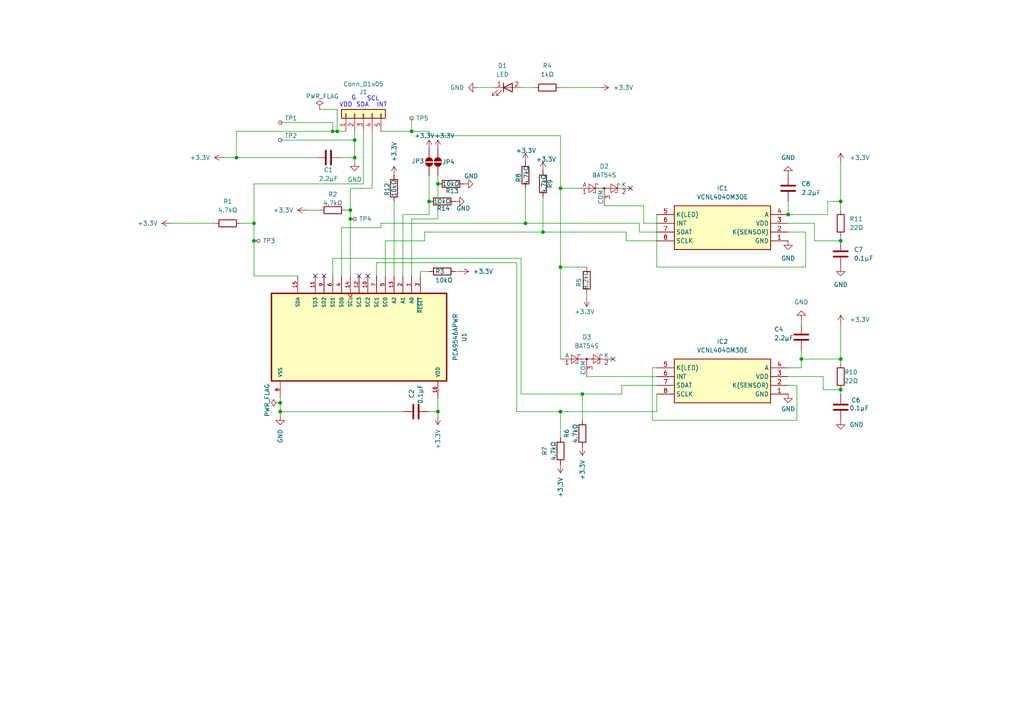
<source format=kicad_sch>
(kicad_sch (version 20250114) (generator "eeschema") (generator_version "9.0")
  (paper "A4")
  (title_block (title "Motion Play Sensor PCB") (date "2025-09-09") (rev "4.0"))
  (lib_symbols
    (symbol "Connector:TestPoint_Small" (pin_numbers (hide yes)) (pin_names (offset 0.762) (hide yes))
      (property "Reference" "TP" (at 0 3.81 0))
      (property "Value" "TestPoint_Small" (at 0 2.032 0))
      (symbol "TestPoint_Small_0_1"
        (circle (center 0 0) (radius 0.508))
      )
      (symbol "TestPoint_Small_1_1"
        (pin passive line (at 0 0 90) (length 0) (name "1") (number "1"))
      )
    )
    (symbol "Connector_Generic:Conn_01x05" (pin_names (offset 1.016) (hide yes))
      (property "Reference" "J" (at 0 7.62 0))
      (property "Value" "Conn_01x05" (at 0 -7.62 0))
      (symbol "Conn_01x05_1_1"
        (rectangle (start -1.27 6.35) (end 1.27 -6.35) (stroke (width 0.254)) (fill (type background)))
        (rectangle (start -1.27 5.207) (end 0 4.953) (stroke (width 0.1524)))
        (rectangle (start -1.27 2.667) (end 0 2.413) (stroke (width 0.1524)))
        (rectangle (start -1.27 0.127) (end 0 -0.127) (stroke (width 0.1524)))
        (rectangle (start -1.27 -2.413) (end 0 -2.667) (stroke (width 0.1524)))
        (rectangle (start -1.27 -4.953) (end 0 -5.207) (stroke (width 0.1524)))
        (pin passive line (at -5.08 5.08 0) (length 3.81) (name "Pin_1") (number "1"))
        (pin passive line (at -5.08 2.54 0) (length 3.81) (name "Pin_2") (number "2"))
        (pin passive line (at -5.08 0 0) (length 3.81) (name "Pin_3") (number "3"))
        (pin passive line (at -5.08 -2.54 0) (length 3.81) (name "Pin_4") (number "4"))
        (pin passive line (at -5.08 -5.08 0) (length 3.81) (name "Pin_5") (number "5"))
      )
    )
    (symbol "Device:C" (pin_numbers (hide yes)) (pin_names (offset 0.254))
      (property "Reference" "C" (at 0.635 2.54 0))
      (property "Value" "C" (at 0.635 -2.54 0))
      (symbol "C_0_1"
        (polyline (pts (xy -2.032 0.762) (xy 2.032 0.762)) (stroke (width 0.508)))
        (polyline (pts (xy -2.032 -0.762) (xy 2.032 -0.762)) (stroke (width 0.508)))
      )
      (symbol "C_1_1"
        (pin passive line (at 0 3.81 270) (length 2.794) (name "~") (number "1"))
        (pin passive line (at 0 -3.81 90) (length 2.794) (name "~") (number "2"))
      )
    )
    (symbol "Device:LED" (pin_names (offset 1.016) (hide yes))
      (property "Reference" "D" (at 0 2.54 0))
      (property "Value" "LED" (at 0 -2.54 0))
      (symbol "LED_0_1"
        (polyline (pts (xy -3.048 -0.762) (xy -4.572 -2.286) (xy -3.81 -2.286) (xy -4.572 -2.286) (xy -4.572 -1.524)))
        (polyline (pts (xy -1.778 -0.762) (xy -3.302 -2.286) (xy -2.54 -2.286) (xy -3.302 -2.286) (xy -3.302 -1.524)))
        (polyline (pts (xy -1.27 0) (xy 1.27 0)))
        (polyline (pts (xy -1.27 -1.27) (xy -1.27 1.27)) (stroke (width 0.254)))
        (polyline (pts (xy 1.27 -1.27) (xy 1.27 1.27) (xy -1.27 0) (xy 1.27 -1.27)) (stroke (width 0.254)))
      )
      (symbol "LED_1_1"
        (pin passive line (at -3.81 0 0) (length 2.54) (name "K") (number "1"))
        (pin passive line (at 3.81 0 180) (length 2.54) (name "A") (number "2"))
      )
    )
    (symbol "Device:R" (pin_numbers (hide yes)) (pin_names (offset 0))
      (property "Reference" "R" (at 2.032 0 90))
      (property "Value" "R" (at 0 0 90))
      (symbol "R_0_1"
        (rectangle (start -1.016 -2.54) (end 1.016 2.54) (stroke (width 0.254)))
      )
      (symbol "R_1_1"
        (pin passive line (at 0 3.81 270) (length 1.27) (name "~") (number "1"))
        (pin passive line (at 0 -3.81 90) (length 1.27) (name "~") (number "2"))
      )
    )
    (symbol "Diode:BAT54S" (pin_names (offset 0))
      (property "Reference" "D" (at 2.54 -5.08 0))
      (property "Value" "BAT54S" (at -6.35 3.175 0))
      (symbol "BAT54S_0_1"
        (polyline (pts (xy -4.445 1.27) (xy -4.445 -1.27) (xy -2.54 0) (xy -4.445 1.27)))
        (polyline (pts (xy -3.81 0) (xy -1.27 0)))
        (polyline (pts (xy -3.175 -1.27) (xy -3.175 -1.016)))
        (polyline (pts (xy -2.54 1.27) (xy -1.905 1.27)))
        (polyline (pts (xy -2.54 -1.27) (xy -3.175 -1.27)))
        (polyline (pts (xy -2.54 -1.27) (xy -2.54 1.27)))
        (polyline (pts (xy -1.905 1.27) (xy -1.905 1.016)))
        (polyline (pts (xy -1.905 0) (xy 1.905 0)))
        (circle (center 0 0) (radius 0.254) (fill (type outline)))
        (polyline (pts (xy 1.27 0) (xy 3.81 0)))
        (polyline (pts (xy 1.905 1.27) (xy 1.905 -1.27) (xy 3.81 0) (xy 1.905 1.27)))
        (polyline (pts (xy 3.175 -1.27) (xy 3.175 -1.016)))
        (polyline (pts (xy 3.81 1.27) (xy 4.445 1.27)))
        (polyline (pts (xy 3.81 -1.27) (xy 3.175 -1.27)))
        (polyline (pts (xy 3.81 -1.27) (xy 3.81 1.27)))
        (polyline (pts (xy 4.445 1.27) (xy 4.445 1.016)))
      )
      (symbol "BAT54S_1_1"
        (pin passive line (at -7.62 0 0) (length 3.81) (name "A") (number "1"))
        (pin passive line (at 0 -5.08 90) (length 5.08) (name "COM") (number "3"))
        (pin passive line (at 7.62 0 180) (length 3.81) (name "K") (number "2"))
      )
    )
    (symbol "Jumper:SolderJumper_2_Open" (pin_numbers (hide yes)) (pin_names (offset 0) (hide yes)) (in_bom no)
      (property "Reference" "JP" (at 0 2.032 0))
      (property "Value" "SolderJumper_2_Open" (at 0 -2.54 0))
      (symbol "SolderJumper_2_Open_0_1"
        (polyline (pts (xy -0.254 1.016) (xy -0.254 -1.016)))
        (arc (start -0.254 -1.016) (mid -1.2656 0) (end -0.254 1.016))
        (arc (start -0.254 -1.016) (mid -1.2656 0) (end -0.254 1.016) (fill (type outline)))
        (arc (start 0.254 1.016) (mid 1.2656 0) (end 0.254 -1.016))
        (arc (start 0.254 1.016) (mid 1.2656 0) (end 0.254 -1.016) (fill (type outline)))
        (polyline (pts (xy 0.254 1.016) (xy 0.254 -1.016)))
      )
      (symbol "SolderJumper_2_Open_1_1"
        (pin passive line (at -3.81 0 0) (length 2.54) (name "A") (number "1"))
        (pin passive line (at 3.81 0 180) (length 2.54) (name "B") (number "2"))
      )
    )
    (symbol "motion-play-symbols:PCA9546APWR" (pin_names (offset 1.016))
      (property "Reference" "U1" (at 0 30.48 0))
      (property "Value" "PCA9546APWR" (at 0 27.94 0))
      (symbol "PCA9546APWR_0_0"
        (rectangle (start -12.7 -25.4) (end 12.7 25.4) (stroke (width 0.41)) (fill (type background)))
        (pin input line (at -17.78 17.78 0) (length 5.08) (name "~{RESET}") (number "3"))
        (pin input line (at -17.78 15.24 0) (length 5.08) (name "A0") (number "1"))
        (pin input line (at -17.78 12.7 0) (length 5.08) (name "A1") (number "2"))
        (pin input line (at -17.78 10.16 0) (length 5.08) (name "A2") (number "13"))
        (pin input clock (at -17.78 -2.54 0) (length 5.08) (name "SCL") (number "14"))
        (pin input line (at -17.78 -5.08 0) (length 5.08) (name "SD0") (number "4"))
        (pin input line (at -17.78 -7.62 0) (length 5.08) (name "SD1") (number "6"))
        (pin input line (at -17.78 -10.16 0) (length 5.08) (name "SD2") (number "9"))
        (pin input line (at -17.78 -12.7 0) (length 5.08) (name "SD3") (number "11"))
        (pin bidirectional line (at -17.78 -17.78 0) (length 5.08) (name "SDA") (number "15"))
        (pin power_in line (at 17.78 22.86 180) (length 5.08) (name "VDD") (number "16"))
        (pin power_in line (at 17.78 -22.86 180) (length 5.08) (name "VSS") (number "8"))
      )
      (symbol "PCA9546APWR_1_0"
        (pin bidirectional line (at -17.78 7.62 0) (length 5.08) (name "SC0") (number "5"))
        (pin bidirectional line (at -17.78 5.08 0) (length 5.08) (name "SC1") (number "7"))
        (pin bidirectional line (at -17.78 2.54 0) (length 5.08) (name "SC2") (number "10"))
        (pin bidirectional line (at -17.78 0 0) (length 5.08) (name "SC3") (number "12"))
      )
    )
    (symbol "motion-play-symbols:VCNL4040M3OE"
      (property "Reference" "IC" (at 34.29 7.62 0))
      (property "Value" "VCNL4040M3OE" (at 34.29 5.08 0))
      (symbol "VCNL4040M3OE_1_1"
        (rectangle (start 5.08 2.54) (end 33.02 -10.16) (stroke (width 0.254)) (fill (type background)))
        (pin passive line (at 0 0 0) (length 5.08) (name "K(LED)") (number "5"))
        (pin passive line (at 0 -2.54 0) (length 5.08) (name "INT") (number "6"))
        (pin passive line (at 0 -5.08 0) (length 5.08) (name "SDAT") (number "7"))
        (pin passive line (at 0 -7.62 0) (length 5.08) (name "SCLK") (number "8"))
        (pin passive line (at 38.1 0 180) (length 5.08) (name "A") (number "4"))
        (pin passive line (at 38.1 -2.54 180) (length 5.08) (name "VDD") (number "3"))
        (pin passive line (at 38.1 -5.08 180) (length 5.08) (name "K(SENSOR)") (number "2"))
        (pin passive line (at 38.1 -7.62 180) (length 5.08) (name "GND") (number "1"))
      )
    )
    (symbol "power:+3.3V" (power) (pin_numbers (hide yes)) (pin_names (offset 0) (hide yes))
      (property "Value" "+3.3V" (at 0 3.556 0))
      (symbol "+3.3V_0_1"
        (polyline (pts (xy -0.762 1.27) (xy 0 2.54)))
        (polyline (pts (xy 0 2.54) (xy 0.762 1.27)))
        (polyline (pts (xy 0 0) (xy 0 2.54)))
      )
      (symbol "+3.3V_1_1"
        (pin power_in line (at 0 0 90) (length 0) (name "~") (number "1"))
      )
    )
    (symbol "power:GND" (power) (pin_numbers (hide yes)) (pin_names (offset 0) (hide yes))
      (property "Value" "GND" (at 0 -3.81 0))
      (symbol "GND_0_1"
        (polyline (pts (xy 0 0) (xy 0 -1.27) (xy 1.27 -1.27) (xy 0 -2.54) (xy -1.27 -1.27) (xy 0 -1.27)))
      )
      (symbol "GND_1_1"
        (pin power_in line (at 0 0 270) (length 0) (name "~") (number "1"))
      )
    )
    (symbol "power:PWR_FLAG" (power) (pin_numbers (hide yes)) (pin_names (offset 0) (hide yes))
      (property "Value" "PWR_FLAG" (at 0 3.81 0))
      (symbol "PWR_FLAG_0_0"
        (pin power_out line (at 0 0 90) (length 0) (name "~") (number "1"))
      )
      (symbol "PWR_FLAG_0_1"
        (polyline (pts (xy 0 0) (xy 0 1.27) (xy -1.016 1.905) (xy 0 2.54) (xy 1.016 1.905) (xy 0 1.27)))
      )
    )
  )
  (text "SDA" (at 105.156 30.48 0) (effects (font (size 1.27 1.27))))
  (text "G" (at 102.616 28.448 0) (effects (font (size 1.27 1.27))))
  (text "SCL" (at 108.204 28.702 0) (effects (font (size 1.27 1.27))))
  (text "VDD" (at 100.33 30.48 0) (effects (font (size 1.27 1.27))))
  (text "INT" (at 110.744 30.48 0) (effects (font (size 1.27 1.27))))
  (junction (at 119.38 38.1))
  (junction (at 243.84 113.03))
  (junction (at 162.56 119.38))
  (junction (at 162.56 54.61))
  (junction (at 124.46 58.42))
  (junction (at 101.6 60.96))
  (junction (at 96.52 38.1))
  (junction (at 162.56 77.47))
  (junction (at 127 53.34))
  (junction (at 127 119.38))
  (junction (at 243.84 69.85))
  (junction (at 232.41 104.14))
  (junction (at 73.66 69.85))
  (junction (at 243.84 104.14))
  (junction (at 243.84 58.42))
  (junction (at 81.28 116.84))
  (junction (at 97.79 38.1))
  (junction (at 101.6 63.5))
  (junction (at 73.66 64.77))
  (junction (at 152.4 64.77))
  (junction (at 81.28 119.38))
  (junction (at 157.48 67.31))
  (junction (at 102.87 40.64))
  (junction (at 168.91 114.3))
  (junction (at 228.6 62.23))
  (junction (at 68.58 45.72))
  (junction (at 102.87 45.72))
  (no_connect (at 177.8 104.14))
  (no_connect (at 91.44 80.01))
  (no_connect (at 93.98 80.01))
  (no_connect (at 182.88 54.61))
  (no_connect (at 104.14 80.01))
  (no_connect (at 106.68 80.01))
  (wire (pts (xy 109.22 76.2) (xy 149.86 76.2)))
  (wire (pts (xy 100.33 60.96) (xy 101.6 60.96)))
  (wire (pts (xy 243.84 58.42) (xy 243.84 60.96)))
  (wire (pts (xy 124.46 39.37) (xy 124.46 38.1)))
  (wire (pts (xy 243.84 113.03) (xy 243.84 114.3)))
  (wire (pts (xy 190.5 111.76) (xy 180.34 111.76)))
  (wire (pts (xy 236.22 64.77) (xy 228.6 64.77)))
  (wire (pts (xy 152.4 54.61) (xy 152.4 64.77)))
  (wire (pts (xy 152.4 64.77) (xy 185.42 64.77)))
  (wire (pts (xy 110.49 64.77) (xy 152.4 64.77)))
  (wire (pts (xy 162.56 25.4) (xy 173.99 25.4)))
  (wire (pts (xy 149.86 76.2) (xy 149.86 119.38)))
  (wire (pts (xy 124.46 58.42) (xy 124.46 62.23)))
  (wire (pts (xy 81.28 119.38) (xy 81.28 116.84)))
  (wire (pts (xy 231.14 111.76) (xy 231.14 121.92)))
  (wire (pts (xy 151.13 114.3) (xy 168.91 114.3)))
  (wire (pts (xy 124.46 38.1) (xy 119.38 38.1)))
  (wire (pts (xy 73.66 53.34) (xy 73.66 64.77)))
  (wire (pts (xy 110.49 66.04) (xy 99.06 66.04)))
  (wire (pts (xy 151.13 74.93) (xy 151.13 114.3)))
  (wire (pts (xy 162.56 54.61) (xy 167.64 54.61)))
  (wire (pts (xy 228.6 58.42) (xy 228.6 62.23)))
  (wire (pts (xy 69.85 64.77) (xy 73.66 64.77)))
  (wire (pts (xy 190.5 64.77) (xy 186.69 64.77)))
  (wire (pts (xy 92.71 31.75) (xy 97.79 31.75)))
  (wire (pts (xy 180.34 114.3) (xy 168.91 114.3)))
  (wire (pts (xy 73.66 64.77) (xy 73.66 69.85)))
  (wire (pts (xy 101.6 60.96) (xy 101.6 63.5)))
  (wire (pts (xy 228.6 111.76) (xy 231.14 111.76)))
  (wire (pts (xy 116.84 62.23) (xy 116.84 80.01)))
  (wire (pts (xy 81.28 119.38) (xy 116.84 119.38)))
  (wire (pts (xy 101.6 63.5) (xy 102.87 63.5)))
  (wire (pts (xy 101.6 54.61) (xy 101.6 60.96)))
  (wire (pts (xy 170.18 109.22) (xy 190.5 109.22)))
  (wire (pts (xy 102.87 45.72) (xy 102.87 46.99)))
  (wire (pts (xy 162.56 119.38) (xy 190.5 119.38)))
  (wire (pts (xy 99.06 66.04) (xy 99.06 80.01)))
  (wire (pts (xy 240.03 62.23) (xy 240.03 58.42)))
  (wire (pts (xy 232.41 101.6) (xy 232.41 104.14)))
  (wire (pts (xy 149.86 119.38) (xy 162.56 119.38)))
  (wire (pts (xy 121.92 78.74) (xy 124.46 78.74)))
  (wire (pts (xy 96.52 74.93) (xy 151.13 74.93)))
  (wire (pts (xy 127 63.5) (xy 119.38 63.5)))
  (wire (pts (xy 240.03 58.42) (xy 243.84 58.42)))
  (wire (pts (xy 105.41 53.34) (xy 73.66 53.34)))
  (wire (pts (xy 73.66 69.85) (xy 74.93 69.85)))
  (wire (pts (xy 111.76 69.85) (xy 111.76 80.01)))
  (wire (pts (xy 123.19 67.31) (xy 157.48 67.31)))
  (wire (pts (xy 123.19 69.85) (xy 123.19 67.31)))
  (wire (pts (xy 97.79 38.1) (xy 100.33 38.1)))
  (wire (pts (xy 101.6 63.5) (xy 101.6 80.01)))
  (wire (pts (xy 232.41 92.71) (xy 232.41 93.98)))
  (wire (pts (xy 181.61 67.31) (xy 181.61 69.85)))
  (wire (pts (xy 190.5 62.23) (xy 190.5 77.47)))
  (wire (pts (xy 68.58 38.1) (xy 68.58 45.72)))
  (wire (pts (xy 88.9 60.96) (xy 92.71 60.96)))
  (wire (pts (xy 181.61 69.85) (xy 190.5 69.85)))
  (wire (pts (xy 162.56 127) (xy 162.56 119.38)))
  (wire (pts (xy 186.69 64.77) (xy 186.69 59.69)))
  (wire (pts (xy 243.84 104.14) (xy 243.84 105.41)))
  (wire (pts (xy 243.84 93.98) (xy 243.84 104.14)))
  (wire (pts (xy 233.68 67.31) (xy 233.68 77.47)))
  (wire (pts (xy 175.26 59.69) (xy 186.69 59.69)))
  (wire (pts (xy 127 119.38) (xy 127 115.57)))
  (wire (pts (xy 105.41 38.1) (xy 105.41 53.34)))
  (wire (pts (xy 185.42 64.77) (xy 185.42 67.31)))
  (wire (pts (xy 170.18 77.47) (xy 162.56 77.47)))
  (wire (pts (xy 68.58 38.1) (xy 96.52 38.1)))
  (wire (pts (xy 81.28 120.65) (xy 81.28 119.38)))
  (wire (pts (xy 190.5 114.3) (xy 190.5 119.38)))
  (wire (pts (xy 73.66 69.85) (xy 73.66 80.01)))
  (wire (pts (xy 81.28 35.56) (xy 96.52 35.56)))
  (wire (pts (xy 243.84 68.58) (xy 243.84 69.85)))
  (wire (pts (xy 96.52 38.1) (xy 97.79 38.1)))
  (wire (pts (xy 232.41 104.14) (xy 243.84 104.14)))
  (wire (pts (xy 243.84 46.99) (xy 243.84 58.42)))
  (wire (pts (xy 236.22 69.85) (xy 243.84 69.85)))
  (wire (pts (xy 96.52 80.01) (xy 96.52 74.93)))
  (wire (pts (xy 162.56 39.37) (xy 162.56 54.61)))
  (wire (pts (xy 110.49 38.1) (xy 119.38 38.1)))
  (wire (pts (xy 185.42 67.31) (xy 190.5 67.31)))
  (wire (pts (xy 228.6 62.23) (xy 240.03 62.23)))
  (wire (pts (xy 228.6 109.22) (xy 238.76 109.22)))
  (wire (pts (xy 49.53 64.77) (xy 62.23 64.77)))
  (wire (pts (xy 68.58 45.72) (xy 91.44 45.72)))
  (wire (pts (xy 151.13 25.4) (xy 154.94 25.4)))
  (wire (pts (xy 232.41 104.14) (xy 232.41 106.68)))
  (wire (pts (xy 228.6 67.31) (xy 233.68 67.31)))
  (wire (pts (xy 238.76 113.03) (xy 243.84 113.03)))
  (wire (pts (xy 236.22 69.85) (xy 236.22 64.77)))
  (wire (pts (xy 119.38 63.5) (xy 119.38 80.01)))
  (wire (pts (xy 109.22 80.01) (xy 109.22 76.2)))
  (wire (pts (xy 110.49 66.04) (xy 110.49 64.77)))
  (wire (pts (xy 81.28 40.64) (xy 102.87 40.64)))
  (wire (pts (xy 64.77 45.72) (xy 68.58 45.72)))
  (wire (pts (xy 238.76 109.22) (xy 238.76 113.03)))
  (wire (pts (xy 127 120.65) (xy 127 119.38)))
  (wire (pts (xy 232.41 106.68) (xy 228.6 106.68)))
  (wire (pts (xy 99.06 45.72) (xy 102.87 45.72)))
  (wire (pts (xy 162.56 77.47) (xy 162.56 104.14)))
  (wire (pts (xy 102.87 40.64) (xy 102.87 45.72)))
  (wire (pts (xy 114.3 58.42) (xy 114.3 80.01)))
  (wire (pts (xy 180.34 111.76) (xy 180.34 114.3)))
  (wire (pts (xy 162.56 54.61) (xy 162.56 77.47)))
  (wire (pts (xy 124.46 39.37) (xy 162.56 39.37)))
  (wire (pts (xy 107.95 38.1) (xy 107.95 54.61)))
  (wire (pts (xy 81.28 116.84) (xy 81.28 115.57)))
  (wire (pts (xy 189.23 121.92) (xy 189.23 106.68)))
  (wire (pts (xy 102.87 38.1) (xy 102.87 40.64)))
  (wire (pts (xy 124.46 119.38) (xy 127 119.38)))
  (wire (pts (xy 96.52 35.56) (xy 96.52 38.1)))
  (wire (pts (xy 231.14 121.92) (xy 189.23 121.92)))
  (wire (pts (xy 168.91 121.92) (xy 168.91 114.3)))
  (wire (pts (xy 73.66 80.01) (xy 86.36 80.01)))
  (wire (pts (xy 97.79 31.75) (xy 97.79 38.1)))
  (wire (pts (xy 107.95 54.61) (xy 101.6 54.61)))
  (wire (pts (xy 124.46 50.8) (xy 124.46 58.42)))
  (wire (pts (xy 127 53.34) (xy 127 63.5)))
  (wire (pts (xy 124.46 62.23) (xy 116.84 62.23)))
  (wire (pts (xy 157.48 67.31) (xy 181.61 67.31)))
  (wire (pts (xy 132.08 78.74) (xy 133.35 78.74)))
  (wire (pts (xy 121.92 80.01) (xy 121.92 78.74)))
  (wire (pts (xy 157.48 57.15) (xy 157.48 67.31)))
  (wire (pts (xy 138.43 25.4) (xy 143.51 25.4)))
  (wire (pts (xy 123.19 69.85) (xy 111.76 69.85)))
  (wire (pts (xy 119.38 34.29) (xy 119.38 38.1)))
  (wire (pts (xy 233.68 77.47) (xy 190.5 77.47)))
  (wire (pts (xy 189.23 106.68) (xy 190.5 106.68)))
  (wire (pts (xy 170.18 85.09) (xy 170.18 86.36)))
  (wire (pts (xy 127 50.8) (xy 127 53.34)))
  (symbol (lib_id "Device:R") (at 96.52 60.96 90) (unit 1)
    (property "Reference" "R2" (at 96.52 56.388 90))
    (property "Value" "4.7kΩ" (at 96.52 58.928 90))
    (property "Footprint" "Resistor_SMD:R_0603_1608Metric" (effects (hide yes)))
    (property "Description" "Resistor" (effects (hide yes)))
    (property "LCSC Part" "C99782" (effects (hide yes)))
  )
  (symbol (lib_id "Device:R") (at 152.4 50.8 180) (unit 1)
    (property "Reference" "R8" (at 150.368 51.562 90))
    (property "Value" "4.7kΩ" (at 152.654 50.8 90))
    (property "Footprint" "Resistor_SMD:R_0603_1608Metric" (effects (hide yes)))
    (property "Description" "Resistor" (effects (hide yes)))
    (property "LCSC Part" "C99782" (effects (hide yes)))
  )
  (symbol (lib_id "power:+3.3V") (at 127 120.65 180) (unit 1)
    (property "Reference" "#PWR08" (effects (hide yes)))
    (property "Value" "+3.3V" (at 127.0001 124.46 90) (effects (justify left)))
    (property "Description" "Power symbol creates a global label with name \"+3.3V\"" (effects (hide yes)))
  )
  (symbol (lib_id "power:+3.3V") (at 168.91 129.54 180) (unit 1)
    (property "Reference" "#PWR028" (effects (hide yes)))
    (property "Value" "+3.3V" (at 168.9099 133.35 90) (effects (justify left)))
    (property "Description" "Power symbol creates a global label with name \"+3.3V\"" (effects (hide yes)))
  )
  (symbol (lib_id "Connector:TestPoint_Small") (at 81.28 40.64 0) (unit 1)
    (property "Reference" "TP2" (at 82.55 39.37 0) (effects (justify left)))
    (property "Value" "TestPoint_Small" (effects (hide yes)))
    (property "Footprint" "TestPoint:TestPoint_Pad_D1.5mm" (effects (hide yes)))
    (property "Description" "test point" (effects (hide yes)))
  )
  (symbol (lib_id "power:+3.3V") (at 243.84 46.99 0) (unit 1)
    (property "Reference" "#PWR033" (effects (hide yes)))
    (property "Value" "+3.3V" (at 246.38 45.7199 0) (effects (justify left)))
    (property "Description" "Power symbol creates a global label with name \"+3.3V\"" (effects (hide yes)))
  )
  (symbol (lib_id "power:+3.3V") (at 173.99 25.4 270) (unit 1)
    (property "Reference" "#PWR011" (effects (hide yes)))
    (property "Value" "+3.3V" (at 177.8 25.4001 90) (effects (justify left)))
    (property "Description" "Power symbol creates a global label with name \"+3.3V\"" (effects (hide yes)))
  )
  (symbol (lib_id "Connector:TestPoint_Small") (at 102.87 63.5 0) (unit 1)
    (property "Reference" "TP4" (at 104.14 63.4999 0) (effects (justify left)))
    (property "Value" "TestPoint_Small" (effects (hide yes)))
    (property "Footprint" "TestPoint:TestPoint_Pad_D1.5mm" (effects (hide yes)))
    (property "Description" "test point" (effects (hide yes)))
  )
  (symbol (lib_id "power:GND") (at 102.87 46.99 0) (unit 1)
    (property "Reference" "#PWR05" (effects (hide yes)))
    (property "Value" "GND" (at 102.87 52.07 0))
    (property "Description" "Power symbol creates a global label with name \"GND\" , ground" (effects (hide yes)))
  )
  (symbol (lib_id "Device:R") (at 114.3 54.61 180) (unit 1)
    (property "Reference" "R12" (at 112.268 56.896 90) (effects (justify right)))
    (property "Value" "10kΩ" (at 114.3 57.15 90) (effects (justify right)))
    (property "Footprint" "Resistor_SMD:R_0603_1608Metric" (effects (hide yes)))
    (property "Description" "Resistor" (effects (hide yes)))
    (property "LCSC Part" "C25804" (effects (hide yes)))
  )
  (symbol (lib_id "Connector_Generic:Conn_01x05") (at 105.41 33.02 90) (unit 1)
    (property "Reference" "J1" (at 105.41 26.67 90))
    (property "Value" "Conn_01x05" (at 105.41 24.384 90))
    (property "Footprint" "Connector_JST:JST_SH_SM05B-SRSS-TB_1x05-1MP_P1.00mm_Horizontal" (effects (hide yes)))
    (property "Description" "JST-SH 1mm pitch 5 pin single row connector, right angle, surface mount" (effects (hide yes)))
    (property "LCSC Part" "C136657" (effects (hide yes)))
  )
  (symbol (lib_id "motion-play-symbols:PCA9546APWR") (at 104.14 97.79 270) (unit 1)
    (property "Reference" "U1" (at 134.62 97.79 0))
    (property "Value" "PCA9546APWR" (at 132.08 97.79 0))
    (property "Footprint" "motion-play-footprints:SOP65P640X120-16N" (effects (hide yes)))
    (property "LCSC Part" "C400705" (effects (hide yes)))
  )
  (symbol (lib_id "Device:LED") (at 147.32 25.4 0) (unit 1)
    (property "Reference" "D1" (at 145.7325 19.05 0))
    (property "Value" "LED" (at 145.7325 21.59 0))
    (property "Footprint" "LED_SMD:LED_0603_1608Metric" (effects (hide yes)))
    (property "Description" "Light emitting diode" (effects (hide yes)))
    (property "Sim.Pins" "1=K 2=A" (effects (hide yes)))
    (property "LCSC Part" "C19171301" (effects (hide yes)))
  )
  (symbol (lib_id "Device:C") (at 243.84 118.11 0) (unit 1)
    (property "Reference" "C6" (at 246.888 116.078 0) (effects (justify left)))
    (property "Value" "0.1µF" (at 246.38 118.364 0) (effects (justify left)))
    (property "Footprint" "Capacitor_SMD:C_0603_1608Metric" (effects (hide yes)))
    (property "Description" "Unpolarized capacitor" (effects (hide yes)))
    (property "LCSC Part" "C14663" (effects (hide yes)))
  )
  (symbol (lib_id "power:+3.3V") (at 152.4 46.99 0) (unit 1)
    (property "Reference" "#PWR026" (effects (hide yes)))
    (property "Value" "+3.3V" (at 149.606 43.688 0) (effects (justify left)))
    (property "Description" "Power symbol creates a global label with name \"+3.3V\"" (effects (hide yes)))
  )
  (symbol (lib_id "power:+3.3V") (at 170.18 86.36 180) (unit 1)
    (property "Reference" "#PWR013" (effects (hide yes)))
    (property "Value" "+3.3V" (at 172.466 90.424 0) (effects (justify left)))
    (property "Description" "Power symbol creates a global label with name \"+3.3V\"" (effects (hide yes)))
  )
  (symbol (lib_id "Device:R") (at 168.91 125.73 180) (unit 1)
    (property "Reference" "R6" (at 164.338 125.73 90))
    (property "Value" "4.7kΩ" (at 166.878 125.73 90))
    (property "Footprint" "Resistor_SMD:R_0603_1608Metric" (effects (hide yes)))
    (property "Description" "Resistor" (effects (hide yes)))
    (property "LCSC Part" "C99782" (effects (hide yes)))
  )
  (symbol (lib_id "power:GND") (at 243.84 77.47 0) (unit 1)
    (property "Reference" "#PWR034" (effects (hide yes)))
    (property "Value" "GND" (at 243.84 82.55 0))
    (property "Description" "Power symbol creates a global label with name \"GND\" , ground" (effects (hide yes)))
  )
  (symbol (lib_id "Device:C") (at 232.41 97.79 0) (unit 1)
    (property "Reference" "C4" (at 224.536 95.504 0) (effects (justify left)))
    (property "Value" "2.2µF" (at 224.536 98.044 0) (effects (justify left)))
    (property "Footprint" "Capacitor_SMD:C_0603_1608Metric" (effects (hide yes)))
    (property "Description" "Unpolarized capacitor" (effects (hide yes)))
    (property "LCSC Part" "C23630" (effects (hide yes)))
  )
  (symbol (lib_id "power:GND") (at 228.6 114.3 0) (unit 1)
    (property "Reference" "#PWR016" (effects (hide yes)))
    (property "Value" "GND" (at 228.6 118.618 0))
    (property "Description" "Power symbol creates a global label with name \"GND\" , ground" (effects (hide yes)))
  )
  (symbol (lib_id "power:GND") (at 132.08 58.42 90) (unit 1)
    (property "Reference" "#PWR015" (effects (hide yes)))
    (property "Value" "GND" (at 132.334 60.452 90) (effects (justify right)))
    (property "Description" "Power symbol creates a global label with name \"GND\" , ground" (effects (hide yes)))
  )
  (symbol (lib_id "motion-play-symbols:VCNL4040M3OE") (at 190.5 106.68 0) (unit 1)
    (property "Reference" "IC2" (at 209.55 99.06 0))
    (property "Value" "VCNL4040M3OE" (at 209.55 101.6 0))
    (property "Footprint" "motion-play-footprints:VCNL4040M3OE" (effects (hide yes)))
    (property "Datasheet" "https://www.vishay.com/docs/84274/vcnl4040.pdf" (effects (hide yes)))
    (property "Description" "Fully Integrated Proximity and Ambient Light Sensor with Infrared Emitter, I2C Interface, and Interrupt Function" (effects (hide yes)))
    (property "Mouser Part Number" "78-VCNL4040M3OE" (effects (hide yes)))
    (property "Mouser Price/Stock" "https://www.mouser.co.uk/ProductDetail/Vishay-Semiconductors/VCNL4040M3OE?qs=p1ya7m3AA0C%252Buyxak4%252Bv6g%3D%3D" (effects (hide yes)))
    (property "Manufacturer_Name" "Vishay" (effects (hide yes)))
    (property "LCSC Part" "C142526" (effects (hide yes)))
  )
  (symbol (lib_id "power:GND") (at 243.84 121.92 0) (unit 1)
    (property "Reference" "#PWR022" (effects (hide yes)))
    (property "Value" "GND" (at 246.38 123.1899 0) (effects (justify left)))
    (property "Description" "Power symbol creates a global label with name \"GND\" , ground" (effects (hide yes)))
  )
  (symbol (lib_id "power:+3.3V") (at 88.9 60.96 90) (unit 1)
    (property "Reference" "#PWR04" (effects (hide yes)))
    (property "Value" "+3.3V" (at 85.09 60.9599 90) (effects (justify left)))
    (property "Description" "Power symbol creates a global label with name \"+3.3V\"" (effects (hide yes)))
  )
  (symbol (lib_id "Device:C") (at 95.25 45.72 270) (unit 1)
    (property "Reference" "C1" (at 95.25 49.276 90))
    (property "Value" "2.2µF" (at 95.25 51.816 90))
    (property "Footprint" "Capacitor_SMD:C_0603_1608Metric" (effects (hide yes)))
    (property "Description" "Unpolarized capacitor" (effects (hide yes)))
    (property "LCSC Part" "C23630" (effects (hide yes)))
  )
  (symbol (lib_id "power:+3.3V") (at 114.3 50.8 0) (unit 1)
    (property "Reference" "#PWR06" (effects (hide yes)))
    (property "Value" "+3.3V" (at 114.2999 46.99 90) (effects (justify left)))
    (property "Description" "Power symbol creates a global label with name \"+3.3V\"" (effects (hide yes)))
  )
  (symbol (lib_id "power:+3.3V") (at 133.35 78.74 270) (unit 1)
    (property "Reference" "#PWR09" (effects (hide yes)))
    (property "Value" "+3.3V" (at 137.16 78.7399 90) (effects (justify left)))
    (property "Description" "Power symbol creates a global label with name \"+3.3V\"" (effects (hide yes)))
  )
  (symbol (lib_id "Connector:TestPoint_Small") (at 81.28 35.56 0) (unit 1)
    (property "Reference" "TP1" (at 82.55 34.29 0) (effects (justify left)))
    (property "Value" "TestPoint_Small" (effects (hide yes)))
    (property "Footprint" "TestPoint:TestPoint_Pad_D1.5mm" (effects (hide yes)))
    (property "Description" "test point" (effects (hide yes)))
  )
  (symbol (lib_id "Device:R") (at 158.75 25.4 90) (unit 1)
    (property "Reference" "R4" (at 158.75 19.05 90))
    (property "Value" "1kΩ" (at 158.75 21.59 90))
    (property "Footprint" "Resistor_SMD:R_0603_1608Metric" (effects (hide yes)))
    (property "Description" "Resistor" (effects (hide yes)))
    (property "LCSC Part" "C22548" (effects (hide yes)))
  )
  (symbol (lib_id "Device:R") (at 128.27 78.74 90) (unit 1)
    (property "Reference" "R3" (at 126.238 78.74 90) (effects (justify right)))
    (property "Value" "10kΩ" (at 126.238 81.28 90) (effects (justify right)))
    (property "Footprint" "Resistor_SMD:R_0603_1608Metric" (effects (hide yes)))
    (property "Description" "Resistor" (effects (hide yes)))
    (property "LCSC Part" "C25804" (effects (hide yes)))
  )
  (symbol (lib_id "Device:R") (at 243.84 64.77 0) (unit 1)
    (property "Reference" "R11" (at 246.38 63.4999 0) (effects (justify left)))
    (property "Value" "22Ω" (at 246.38 66.0399 0) (effects (justify left)))
    (property "Footprint" "Resistor_SMD:R_0603_1608Metric" (effects (hide yes)))
    (property "Description" "Resistor" (effects (hide yes)))
    (property "LCSC Part" "C23345" (effects (hide yes)))
  )
  (symbol (lib_id "Device:C") (at 228.6 54.61 0) (unit 1)
    (property "Reference" "C8" (at 232.41 53.3399 0) (effects (justify left)))
    (property "Value" "2.2µF" (at 232.41 55.8799 0) (effects (justify left)))
    (property "Footprint" "Capacitor_SMD:C_0603_1608Metric" (effects (hide yes)))
    (property "Description" "Unpolarized capacitor" (effects (hide yes)))
    (property "LCSC Part" "C23630" (effects (hide yes)))
  )
  (symbol (lib_id "power:+3.3V") (at 243.84 93.98 0) (unit 1)
    (property "Reference" "#PWR024" (effects (hide yes)))
    (property "Value" "+3.3V" (at 246.38 92.7099 0) (effects (justify left)))
    (property "Description" "Power symbol creates a global label with name \"+3.3V\"" (effects (hide yes)))
  )
  (symbol (lib_id "Device:C") (at 243.84 73.66 0) (unit 1)
    (property "Reference" "C7" (at 247.65 72.3899 0) (effects (justify left)))
    (property "Value" "0.1µF" (at 247.65 74.9299 0) (effects (justify left)))
    (property "Footprint" "Capacitor_SMD:C_0603_1608Metric" (effects (hide yes)))
    (property "Description" "Unpolarized capacitor" (effects (hide yes)))
    (property "LCSC Part" "C14663" (effects (hide yes)))
  )
  (symbol (lib_id "power:+3.3V") (at 124.46 43.18 0) (unit 1)
    (property "Reference" "#PWR07" (effects (hide yes)))
    (property "Value" "+3.3V" (at 120.142 39.37 0) (effects (justify left)))
    (property "Description" "Power symbol creates a global label with name \"+3.3V\"" (effects (hide yes)))
  )
  (symbol (lib_id "Device:R") (at 128.27 58.42 270) (unit 1)
    (property "Reference" "R14" (at 130.556 60.452 90) (effects (justify right)))
    (property "Value" "10kΩ" (at 130.81 58.42 90) (effects (justify right)))
    (property "Footprint" "Resistor_SMD:R_0603_1608Metric" (effects (hide yes)))
    (property "Description" "Resistor" (effects (hide yes)))
    (property "LCSC Part" "C25804" (effects (hide yes)))
  )
  (symbol (lib_id "Connector:TestPoint_Small") (at 74.93 69.85 0) (unit 1)
    (property "Reference" "TP3" (at 76.2 69.8499 0) (effects (justify left)))
    (property "Value" "TestPoint_Small" (effects (hide yes)))
    (property "Footprint" "TestPoint:TestPoint_Pad_D1.5mm" (effects (hide yes)))
    (property "Description" "test point" (effects (hide yes)))
  )
  (symbol (lib_id "Device:R") (at 130.81 53.34 270) (unit 1)
    (property "Reference" "R13" (at 133.096 55.372 90) (effects (justify right)))
    (property "Value" "10kΩ" (at 133.35 53.34 90) (effects (justify right)))
    (property "Footprint" "Resistor_SMD:R_0603_1608Metric" (effects (hide yes)))
    (property "Description" "Resistor" (effects (hide yes)))
    (property "LCSC Part" "C25804" (effects (hide yes)))
  )
  (symbol (lib_id "Connector:TestPoint_Small") (at 119.38 34.29 0) (unit 1)
    (property "Reference" "TP5" (at 120.65 34.2899 0) (effects (justify left)))
    (property "Value" "TestPoint_Small" (effects (hide yes)))
    (property "Footprint" "TestPoint:TestPoint_Pad_D1.5mm" (effects (hide yes)))
    (property "Description" "test point" (effects (hide yes)))
  )
  (symbol (lib_id "motion-play-symbols:VCNL4040M3OE") (at 190.5 62.23 0) (unit 1)
    (property "Reference" "IC1" (at 209.55 54.61 0))
    (property "Value" "VCNL4040M3OE" (at 209.55 57.15 0))
    (property "Footprint" "motion-play-footprints:VCNL4040M3OE" (effects (hide yes)))
    (property "Datasheet" "https://www.vishay.com/docs/84274/vcnl4040.pdf" (effects (hide yes)))
    (property "Description" "Fully Integrated Proximity and Ambient Light Sensor with Infrared Emitter, I2C Interface, and Interrupt Function" (effects (hide yes)))
    (property "Mouser Part Number" "78-VCNL4040M3OE" (effects (hide yes)))
    (property "Mouser Price/Stock" "https://www.mouser.co.uk/ProductDetail/Vishay-Semiconductors/VCNL4040M3OE?qs=p1ya7m3AA0C%252Buyxak4%252Bv6g%3D%3D" (effects (hide yes)))
    (property "Manufacturer_Name" "Vishay" (effects (hide yes)))
    (property "LCSC Part" "C142526" (effects (hide yes)))
  )
  (symbol (lib_id "Device:R") (at 170.18 81.28 180) (unit 1)
    (property "Reference" "R5" (at 167.894 83.312 90) (effects (justify right)))
    (property "Value" "8.2kΩ" (at 169.926 84.074 90) (effects (justify right)))
    (property "Footprint" "Resistor_SMD:R_0603_1608Metric" (effects (hide yes)))
    (property "Description" "Resistor" (effects (hide yes)))
    (property "LCSC Part" "C25981" (effects (hide yes)))
  )
  (symbol (lib_id "power:GND") (at 228.6 50.8 180) (unit 1)
    (property "Reference" "#PWR035" (effects (hide yes)))
    (property "Value" "GND" (at 228.6 45.72 0))
    (property "Description" "Power symbol creates a global label with name \"GND\" , ground" (effects (hide yes)))
  )
  (symbol (lib_id "Device:C") (at 120.65 119.38 90) (unit 1)
    (property "Reference" "C2" (at 119.3799 115.57 0) (effects (justify left)))
    (property "Value" "0.1µF" (at 121.92 111.506 0) (effects (justify right)))
    (property "Footprint" "Capacitor_SMD:C_0603_1608Metric" (effects (hide yes)))
    (property "Description" "Unpolarized capacitor" (effects (hide yes)))
    (property "LCSC Part" "C14663" (effects (hide yes)))
  )
  (symbol (lib_id "power:+3.3V") (at 64.77 45.72 90) (unit 1)
    (property "Reference" "#PWR02" (effects (hide yes)))
    (property "Value" "+3.3V" (at 60.96 45.7199 90) (effects (justify left)))
    (property "Description" "Power symbol creates a global label with name \"+3.3V\"" (effects (hide yes)))
  )
  (symbol (lib_id "power:PWR_FLAG") (at 92.71 31.75 0) (unit 1)
    (property "Reference" "#FLG03" (effects (hide yes)))
    (property "Value" "PWR_FLAG" (at 93.472 27.94 0))
    (property "Description" "Special symbol for telling ERC where power comes from" (effects (hide yes)))
  )
  (symbol (lib_id "power:GND") (at 81.28 120.65 0) (unit 1)
    (property "Reference" "#PWR03" (effects (hide yes)))
    (property "Value" "GND" (at 81.2801 124.46 90) (effects (justify right)))
    (property "Description" "Power symbol creates a global label with name \"GND\" , ground" (effects (hide yes)))
  )
  (symbol (lib_id "Device:R") (at 157.48 53.34 180) (unit 1)
    (property "Reference" "R9" (at 159.512 53.34 90))
    (property "Value" "4.7kΩ" (at 157.734 53.34 90))
    (property "Footprint" "Resistor_SMD:R_0603_1608Metric" (effects (hide yes)))
    (property "Description" "Resistor" (effects (hide yes)))
    (property "LCSC Part" "C99782" (effects (hide yes)))
  )
  (symbol (lib_id "power:+3.3V") (at 157.48 49.53 0) (unit 1)
    (property "Reference" "#PWR027" (effects (hide yes)))
    (property "Value" "+3.3V" (at 155.448 46.228 0) (effects (justify left)))
    (property "Description" "Power symbol creates a global label with name \"+3.3V\"" (effects (hide yes)))
  )
  (symbol (lib_id "power:GND") (at 134.62 53.34 90) (unit 1)
    (property "Reference" "#PWR014" (effects (hide yes)))
    (property "Value" "GND" (at 134.62 51.054 90) (effects (justify right)))
    (property "Description" "Power symbol creates a global label with name \"GND\" , ground" (effects (hide yes)))
  )
  (symbol (lib_id "Diode:BAT54S") (at 175.26 54.61 0) (unit 1)
    (property "Reference" "D2" (at 175.26 48.26 0))
    (property "Value" "BAT54S" (at 175.26 50.8 0))
    (property "Footprint" "Package_TO_SOT_SMD:SOT-23" (effects (hide yes)))
    (property "Datasheet" "https://www.diodes.com/assets/Datasheets/ds11005.pdf" (effects (hide yes)))
    (property "Description" "Vr 30V, If 200mA, Dual schottky barrier diode, in series, SOT-323" (effects (hide yes)))
    (property "LCSC Part" "C727126" (effects (hide yes)))
  )
  (symbol (lib_id "power:+3.3V") (at 127 43.18 0) (unit 1)
    (property "Reference" "#PWR012" (effects (hide yes)))
    (property "Value" "+3.3V" (at 125.984 39.37 0) (effects (justify left)))
    (property "Description" "Power symbol creates a global label with name \"+3.3V\"" (effects (hide yes)))
  )
  (symbol (lib_id "Device:R") (at 243.84 109.22 0) (unit 1)
    (property "Reference" "R10" (at 244.856 107.95 0) (effects (justify left)))
    (property "Value" "22Ω" (at 244.856 110.49 0) (effects (justify left)))
    (property "Footprint" "Resistor_SMD:R_0603_1608Metric" (effects (hide yes)))
    (property "Description" "Resistor" (effects (hide yes)))
    (property "LCSC Part" "C23345" (effects (hide yes)))
  )
  (symbol (lib_id "power:GND") (at 232.41 92.71 180) (unit 1)
    (property "Reference" "#PWR018" (effects (hide yes)))
    (property "Value" "GND" (at 232.41 87.63 0))
    (property "Description" "Power symbol creates a global label with name \"GND\" , ground" (effects (hide yes)))
  )
  (symbol (lib_id "power:GND") (at 228.6 69.85 0) (unit 1)
    (property "Reference" "#PWR031" (effects (hide yes)))
    (property "Value" "GND" (at 228.6 74.93 0))
    (property "Description" "Power symbol creates a global label with name \"GND\" , ground" (effects (hide yes)))
  )
  (symbol (lib_id "Diode:BAT54S") (at 170.18 104.14 0) (unit 1)
    (property "Reference" "D3" (at 170.18 97.79 0))
    (property "Value" "BAT54S" (at 170.18 100.33 0))
    (property "Footprint" "Package_TO_SOT_SMD:SOT-23" (effects (hide yes)))
    (property "Datasheet" "https://www.diodes.com/assets/Datasheets/ds11005.pdf" (effects (hide yes)))
    (property "Description" "Vr 30V, If 200mA, Dual schottky barrier diode, in series, SOT-323" (effects (hide yes)))
    (property "LCSC Part" "C727126" (effects (hide yes)))
  )
  (symbol (lib_id "Jumper:SolderJumper_2_Open") (at 127 46.99 90) (unit 1) (in_bom no)
    (property "Reference" "JP4" (at 128.27 46.99 90) (effects (justify right)))
    (property "Value" "SolderJumper_2_Open" (effects (hide yes)))
    (property "Footprint" "Jumper:SolderJumper-2_P1.3mm_Open_RoundedPad1.0x1.5mm" (effects (hide yes)))
    (property "Description" "Solder Jumper, 2-pole, open" (effects (hide yes)))
  )
  (symbol (lib_id "Jumper:SolderJumper_2_Open") (at 124.46 46.99 90) (unit 1) (in_bom no)
    (property "Reference" "JP3" (at 119.38 46.736 90) (effects (justify right)))
    (property "Value" "SolderJumper_2_Open" (effects (hide yes)))
    (property "Footprint" "Jumper:SolderJumper-2_P1.3mm_Open_RoundedPad1.0x1.5mm" (effects (hide yes)))
    (property "Description" "Solder Jumper, 2-pole, open" (effects (hide yes)))
  )
  (symbol (lib_id "Device:R") (at 162.56 130.81 180) (unit 1)
    (property "Reference" "R7" (at 157.988 130.81 90))
    (property "Value" "4.7kΩ" (at 160.528 130.81 90))
    (property "Footprint" "Resistor_SMD:R_0603_1608Metric" (effects (hide yes)))
    (property "Description" "Resistor" (effects (hide yes)))
    (property "LCSC Part" "C99782" (effects (hide yes)))
  )
  (symbol (lib_id "Device:R") (at 66.04 64.77 90) (unit 1)
    (property "Reference" "R1" (at 66.04 58.42 90))
    (property "Value" "4.7kΩ" (at 66.04 60.96 90))
    (property "Footprint" "Resistor_SMD:R_0603_1608Metric" (effects (hide yes)))
    (property "Description" "Resistor" (effects (hide yes)))
    (property "LCSC Part" "C99782" (effects (hide yes)))
  )
  (symbol (lib_id "power:+3.3V") (at 49.53 64.77 90) (unit 1)
    (property "Reference" "#PWR01" (effects (hide yes)))
    (property "Value" "+3.3V" (at 45.72 64.7699 90) (effects (justify left)))
    (property "Description" "Power symbol creates a global label with name \"+3.3V\"" (effects (hide yes)))
  )
  (symbol (lib_id "power:GND") (at 138.43 25.4 270) (unit 1)
    (property "Reference" "#PWR010" (effects (hide yes)))
    (property "Value" "GND" (at 134.62 25.3999 90) (effects (justify right)))
    (property "Description" "Power symbol creates a global label with name \"GND\" , ground" (effects (hide yes)))
  )
  (symbol (lib_id "power:PWR_FLAG") (at 81.28 116.84 90) (unit 1)
    (property "Reference" "#FLG04" (effects (hide yes)))
    (property "Value" "PWR_FLAG" (at 77.47 116.078 0))
    (property "Description" "Special symbol for telling ERC where power comes from" (effects (hide yes)))
  )
  (symbol (lib_id "power:+3.3V") (at 162.56 134.62 180) (unit 1)
    (property "Reference" "#PWR029" (effects (hide yes)))
    (property "Value" "+3.3V" (at 162.5599 138.43 90) (effects (justify left)))
    (property "Description" "Power symbol creates a global label with name \"+3.3V\"" (effects (hide yes)))
  )
)
</source>
